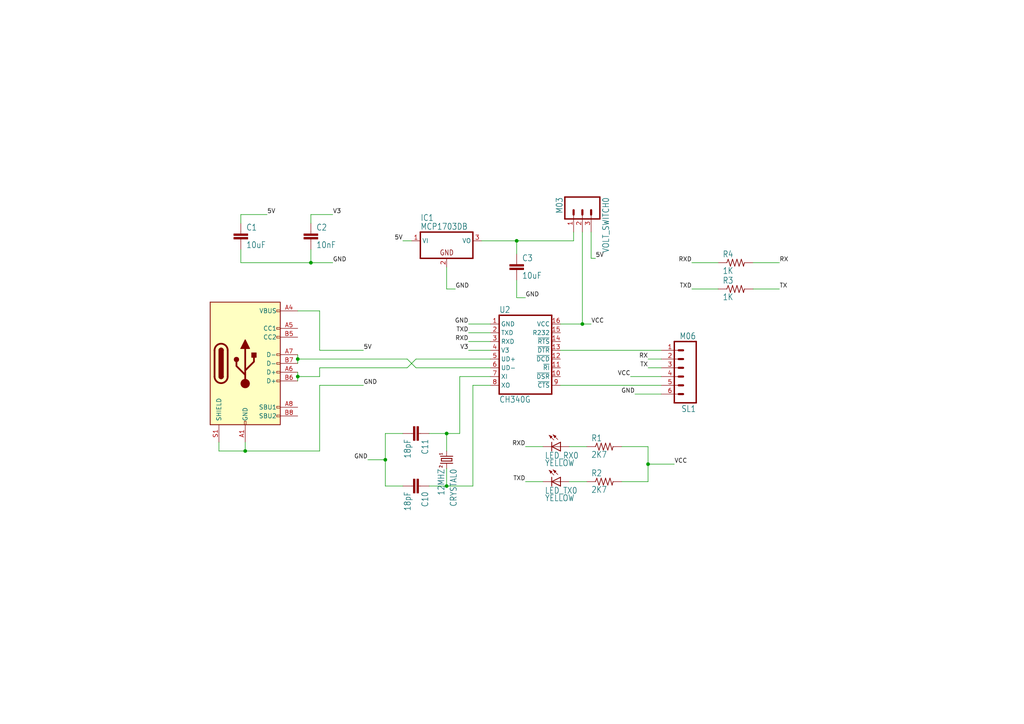
<source format=kicad_sch>
(kicad_sch (version 20211123) (generator eeschema)

  (uuid 9b74463a-706a-4d19-8f7c-15f906e905dc)

  (paper "A4")

  (lib_symbols
    (symbol "Connector:USB_C_Receptacle_USB2.0" (pin_names (offset 1.016)) (in_bom yes) (on_board yes)
      (property "Reference" "J" (id 0) (at -10.16 19.05 0)
        (effects (font (size 1.27 1.27)) (justify left))
      )
      (property "Value" "USB_C_Receptacle_USB2.0" (id 1) (at 19.05 19.05 0)
        (effects (font (size 1.27 1.27)) (justify right))
      )
      (property "Footprint" "" (id 2) (at 3.81 0 0)
        (effects (font (size 1.27 1.27)) hide)
      )
      (property "Datasheet" "https://www.usb.org/sites/default/files/documents/usb_type-c.zip" (id 3) (at 3.81 0 0)
        (effects (font (size 1.27 1.27)) hide)
      )
      (property "ki_keywords" "usb universal serial bus type-C USB2.0" (id 4) (at 0 0 0)
        (effects (font (size 1.27 1.27)) hide)
      )
      (property "ki_description" "USB 2.0-only Type-C Receptacle connector" (id 5) (at 0 0 0)
        (effects (font (size 1.27 1.27)) hide)
      )
      (property "ki_fp_filters" "USB*C*Receptacle*" (id 6) (at 0 0 0)
        (effects (font (size 1.27 1.27)) hide)
      )
      (symbol "USB_C_Receptacle_USB2.0_0_0"
        (rectangle (start -0.254 -17.78) (end 0.254 -16.764)
          (stroke (width 0) (type default) (color 0 0 0 0))
          (fill (type none))
        )
        (rectangle (start 10.16 -14.986) (end 9.144 -15.494)
          (stroke (width 0) (type default) (color 0 0 0 0))
          (fill (type none))
        )
        (rectangle (start 10.16 -12.446) (end 9.144 -12.954)
          (stroke (width 0) (type default) (color 0 0 0 0))
          (fill (type none))
        )
        (rectangle (start 10.16 -4.826) (end 9.144 -5.334)
          (stroke (width 0) (type default) (color 0 0 0 0))
          (fill (type none))
        )
        (rectangle (start 10.16 -2.286) (end 9.144 -2.794)
          (stroke (width 0) (type default) (color 0 0 0 0))
          (fill (type none))
        )
        (rectangle (start 10.16 0.254) (end 9.144 -0.254)
          (stroke (width 0) (type default) (color 0 0 0 0))
          (fill (type none))
        )
        (rectangle (start 10.16 2.794) (end 9.144 2.286)
          (stroke (width 0) (type default) (color 0 0 0 0))
          (fill (type none))
        )
        (rectangle (start 10.16 7.874) (end 9.144 7.366)
          (stroke (width 0) (type default) (color 0 0 0 0))
          (fill (type none))
        )
        (rectangle (start 10.16 10.414) (end 9.144 9.906)
          (stroke (width 0) (type default) (color 0 0 0 0))
          (fill (type none))
        )
        (rectangle (start 10.16 15.494) (end 9.144 14.986)
          (stroke (width 0) (type default) (color 0 0 0 0))
          (fill (type none))
        )
      )
      (symbol "USB_C_Receptacle_USB2.0_0_1"
        (rectangle (start -10.16 17.78) (end 10.16 -17.78)
          (stroke (width 0.254) (type default) (color 0 0 0 0))
          (fill (type background))
        )
        (arc (start -8.89 -3.81) (mid -6.985 -5.715) (end -5.08 -3.81)
          (stroke (width 0.508) (type default) (color 0 0 0 0))
          (fill (type none))
        )
        (arc (start -7.62 -3.81) (mid -6.985 -4.445) (end -6.35 -3.81)
          (stroke (width 0.254) (type default) (color 0 0 0 0))
          (fill (type none))
        )
        (arc (start -7.62 -3.81) (mid -6.985 -4.445) (end -6.35 -3.81)
          (stroke (width 0.254) (type default) (color 0 0 0 0))
          (fill (type outline))
        )
        (rectangle (start -7.62 -3.81) (end -6.35 3.81)
          (stroke (width 0.254) (type default) (color 0 0 0 0))
          (fill (type outline))
        )
        (arc (start -6.35 3.81) (mid -6.985 4.445) (end -7.62 3.81)
          (stroke (width 0.254) (type default) (color 0 0 0 0))
          (fill (type none))
        )
        (arc (start -6.35 3.81) (mid -6.985 4.445) (end -7.62 3.81)
          (stroke (width 0.254) (type default) (color 0 0 0 0))
          (fill (type outline))
        )
        (arc (start -5.08 3.81) (mid -6.985 5.715) (end -8.89 3.81)
          (stroke (width 0.508) (type default) (color 0 0 0 0))
          (fill (type none))
        )
        (circle (center -2.54 1.143) (radius 0.635)
          (stroke (width 0.254) (type default) (color 0 0 0 0))
          (fill (type outline))
        )
        (circle (center 0 -5.842) (radius 1.27)
          (stroke (width 0) (type default) (color 0 0 0 0))
          (fill (type outline))
        )
        (polyline
          (pts
            (xy -8.89 -3.81)
            (xy -8.89 3.81)
          )
          (stroke (width 0.508) (type default) (color 0 0 0 0))
          (fill (type none))
        )
        (polyline
          (pts
            (xy -5.08 3.81)
            (xy -5.08 -3.81)
          )
          (stroke (width 0.508) (type default) (color 0 0 0 0))
          (fill (type none))
        )
        (polyline
          (pts
            (xy 0 -5.842)
            (xy 0 4.318)
          )
          (stroke (width 0.508) (type default) (color 0 0 0 0))
          (fill (type none))
        )
        (polyline
          (pts
            (xy 0 -3.302)
            (xy -2.54 -0.762)
            (xy -2.54 0.508)
          )
          (stroke (width 0.508) (type default) (color 0 0 0 0))
          (fill (type none))
        )
        (polyline
          (pts
            (xy 0 -2.032)
            (xy 2.54 0.508)
            (xy 2.54 1.778)
          )
          (stroke (width 0.508) (type default) (color 0 0 0 0))
          (fill (type none))
        )
        (polyline
          (pts
            (xy -1.27 4.318)
            (xy 0 6.858)
            (xy 1.27 4.318)
            (xy -1.27 4.318)
          )
          (stroke (width 0.254) (type default) (color 0 0 0 0))
          (fill (type outline))
        )
        (rectangle (start 1.905 1.778) (end 3.175 3.048)
          (stroke (width 0.254) (type default) (color 0 0 0 0))
          (fill (type outline))
        )
      )
      (symbol "USB_C_Receptacle_USB2.0_1_1"
        (pin passive line (at 0 -22.86 90) (length 5.08)
          (name "GND" (effects (font (size 1.27 1.27))))
          (number "A1" (effects (font (size 1.27 1.27))))
        )
        (pin passive line (at 0 -22.86 90) (length 5.08) hide
          (name "GND" (effects (font (size 1.27 1.27))))
          (number "A12" (effects (font (size 1.27 1.27))))
        )
        (pin passive line (at 15.24 15.24 180) (length 5.08)
          (name "VBUS" (effects (font (size 1.27 1.27))))
          (number "A4" (effects (font (size 1.27 1.27))))
        )
        (pin bidirectional line (at 15.24 10.16 180) (length 5.08)
          (name "CC1" (effects (font (size 1.27 1.27))))
          (number "A5" (effects (font (size 1.27 1.27))))
        )
        (pin bidirectional line (at 15.24 -2.54 180) (length 5.08)
          (name "D+" (effects (font (size 1.27 1.27))))
          (number "A6" (effects (font (size 1.27 1.27))))
        )
        (pin bidirectional line (at 15.24 2.54 180) (length 5.08)
          (name "D-" (effects (font (size 1.27 1.27))))
          (number "A7" (effects (font (size 1.27 1.27))))
        )
        (pin bidirectional line (at 15.24 -12.7 180) (length 5.08)
          (name "SBU1" (effects (font (size 1.27 1.27))))
          (number "A8" (effects (font (size 1.27 1.27))))
        )
        (pin passive line (at 15.24 15.24 180) (length 5.08) hide
          (name "VBUS" (effects (font (size 1.27 1.27))))
          (number "A9" (effects (font (size 1.27 1.27))))
        )
        (pin passive line (at 0 -22.86 90) (length 5.08) hide
          (name "GND" (effects (font (size 1.27 1.27))))
          (number "B1" (effects (font (size 1.27 1.27))))
        )
        (pin passive line (at 0 -22.86 90) (length 5.08) hide
          (name "GND" (effects (font (size 1.27 1.27))))
          (number "B12" (effects (font (size 1.27 1.27))))
        )
        (pin passive line (at 15.24 15.24 180) (length 5.08) hide
          (name "VBUS" (effects (font (size 1.27 1.27))))
          (number "B4" (effects (font (size 1.27 1.27))))
        )
        (pin bidirectional line (at 15.24 7.62 180) (length 5.08)
          (name "CC2" (effects (font (size 1.27 1.27))))
          (number "B5" (effects (font (size 1.27 1.27))))
        )
        (pin bidirectional line (at 15.24 -5.08 180) (length 5.08)
          (name "D+" (effects (font (size 1.27 1.27))))
          (number "B6" (effects (font (size 1.27 1.27))))
        )
        (pin bidirectional line (at 15.24 0 180) (length 5.08)
          (name "D-" (effects (font (size 1.27 1.27))))
          (number "B7" (effects (font (size 1.27 1.27))))
        )
        (pin bidirectional line (at 15.24 -15.24 180) (length 5.08)
          (name "SBU2" (effects (font (size 1.27 1.27))))
          (number "B8" (effects (font (size 1.27 1.27))))
        )
        (pin passive line (at 15.24 15.24 180) (length 5.08) hide
          (name "VBUS" (effects (font (size 1.27 1.27))))
          (number "B9" (effects (font (size 1.27 1.27))))
        )
        (pin passive line (at -7.62 -22.86 90) (length 5.08)
          (name "SHIELD" (effects (font (size 1.27 1.27))))
          (number "S1" (effects (font (size 1.27 1.27))))
        )
      )
    )
    (symbol "satsha-ttl-eagle-import:CAP1206" (in_bom yes) (on_board yes)
      (property "Reference" "C" (id 0) (at 1.524 2.921 0)
        (effects (font (size 1.778 1.5113)) (justify left bottom))
      )
      (property "Value" "CAP1206" (id 1) (at 1.524 -2.159 0)
        (effects (font (size 1.778 1.5113)) (justify left bottom))
      )
      (property "Footprint" "satsha-ttl:1206" (id 2) (at 0 0 0)
        (effects (font (size 1.27 1.27)) hide)
      )
      (property "Datasheet" "" (id 3) (at 0 0 0)
        (effects (font (size 1.27 1.27)) hide)
      )
      (property "ki_locked" "" (id 4) (at 0 0 0)
        (effects (font (size 1.27 1.27)))
      )
      (symbol "CAP1206_1_0"
        (rectangle (start -2.032 0.508) (end 2.032 1.016)
          (stroke (width 0) (type default) (color 0 0 0 0))
          (fill (type outline))
        )
        (rectangle (start -2.032 1.524) (end 2.032 2.032)
          (stroke (width 0) (type default) (color 0 0 0 0))
          (fill (type outline))
        )
        (polyline
          (pts
            (xy 0 0)
            (xy 0 0.508)
          )
          (stroke (width 0.1524) (type default) (color 0 0 0 0))
          (fill (type none))
        )
        (polyline
          (pts
            (xy 0 2.54)
            (xy 0 2.032)
          )
          (stroke (width 0.1524) (type default) (color 0 0 0 0))
          (fill (type none))
        )
        (pin passive line (at 0 5.08 270) (length 2.54)
          (name "1" (effects (font (size 0 0))))
          (number "1" (effects (font (size 0 0))))
        )
        (pin passive line (at 0 -2.54 90) (length 2.54)
          (name "2" (effects (font (size 0 0))))
          (number "2" (effects (font (size 0 0))))
        )
      )
    )
    (symbol "satsha-ttl-eagle-import:CH340GSMD" (in_bom yes) (on_board yes)
      (property "Reference" "U" (id 0) (at -7.62 10.795 0)
        (effects (font (size 1.778 1.5113)) (justify left bottom))
      )
      (property "Value" "CH340GSMD" (id 1) (at -7.62 -15.24 0)
        (effects (font (size 1.778 1.5113)) (justify left bottom))
      )
      (property "Footprint" "satsha-ttl:SO016" (id 2) (at 0 0 0)
        (effects (font (size 1.27 1.27)) hide)
      )
      (property "Datasheet" "" (id 3) (at 0 0 0)
        (effects (font (size 1.27 1.27)) hide)
      )
      (property "ki_locked" "" (id 4) (at 0 0 0)
        (effects (font (size 1.27 1.27)))
      )
      (symbol "CH340GSMD_1_0"
        (polyline
          (pts
            (xy -7.62 -12.7)
            (xy 7.62 -12.7)
          )
          (stroke (width 0.4064) (type default) (color 0 0 0 0))
          (fill (type none))
        )
        (polyline
          (pts
            (xy -7.62 10.16)
            (xy -7.62 -12.7)
          )
          (stroke (width 0.4064) (type default) (color 0 0 0 0))
          (fill (type none))
        )
        (polyline
          (pts
            (xy 7.62 -12.7)
            (xy 7.62 10.16)
          )
          (stroke (width 0.4064) (type default) (color 0 0 0 0))
          (fill (type none))
        )
        (polyline
          (pts
            (xy 7.62 10.16)
            (xy -7.62 10.16)
          )
          (stroke (width 0.4064) (type default) (color 0 0 0 0))
          (fill (type none))
        )
        (pin bidirectional line (at -10.16 7.62 0) (length 2.54)
          (name "GND" (effects (font (size 1.27 1.27))))
          (number "1" (effects (font (size 1.27 1.27))))
        )
        (pin bidirectional line (at 10.16 -7.62 180) (length 2.54)
          (name "~{DSR}" (effects (font (size 1.27 1.27))))
          (number "10" (effects (font (size 1.27 1.27))))
        )
        (pin bidirectional line (at 10.16 -5.08 180) (length 2.54)
          (name "~{RI}" (effects (font (size 1.27 1.27))))
          (number "11" (effects (font (size 1.27 1.27))))
        )
        (pin bidirectional line (at 10.16 -2.54 180) (length 2.54)
          (name "~{DCD}" (effects (font (size 1.27 1.27))))
          (number "12" (effects (font (size 1.27 1.27))))
        )
        (pin bidirectional line (at 10.16 0 180) (length 2.54)
          (name "~{DTR}" (effects (font (size 1.27 1.27))))
          (number "13" (effects (font (size 1.27 1.27))))
        )
        (pin bidirectional line (at 10.16 2.54 180) (length 2.54)
          (name "~{RTS}" (effects (font (size 1.27 1.27))))
          (number "14" (effects (font (size 1.27 1.27))))
        )
        (pin bidirectional line (at 10.16 5.08 180) (length 2.54)
          (name "R232" (effects (font (size 1.27 1.27))))
          (number "15" (effects (font (size 1.27 1.27))))
        )
        (pin bidirectional line (at 10.16 7.62 180) (length 2.54)
          (name "VCC" (effects (font (size 1.27 1.27))))
          (number "16" (effects (font (size 1.27 1.27))))
        )
        (pin bidirectional line (at -10.16 5.08 0) (length 2.54)
          (name "TXD" (effects (font (size 1.27 1.27))))
          (number "2" (effects (font (size 1.27 1.27))))
        )
        (pin bidirectional line (at -10.16 2.54 0) (length 2.54)
          (name "RXD" (effects (font (size 1.27 1.27))))
          (number "3" (effects (font (size 1.27 1.27))))
        )
        (pin bidirectional line (at -10.16 0 0) (length 2.54)
          (name "V3" (effects (font (size 1.27 1.27))))
          (number "4" (effects (font (size 1.27 1.27))))
        )
        (pin bidirectional line (at -10.16 -2.54 0) (length 2.54)
          (name "UD+" (effects (font (size 1.27 1.27))))
          (number "5" (effects (font (size 1.27 1.27))))
        )
        (pin bidirectional line (at -10.16 -5.08 0) (length 2.54)
          (name "UD-" (effects (font (size 1.27 1.27))))
          (number "6" (effects (font (size 1.27 1.27))))
        )
        (pin bidirectional line (at -10.16 -7.62 0) (length 2.54)
          (name "XI" (effects (font (size 1.27 1.27))))
          (number "7" (effects (font (size 1.27 1.27))))
        )
        (pin bidirectional line (at -10.16 -10.16 0) (length 2.54)
          (name "XO" (effects (font (size 1.27 1.27))))
          (number "8" (effects (font (size 1.27 1.27))))
        )
        (pin bidirectional line (at 10.16 -10.16 180) (length 2.54)
          (name "~{CTS}" (effects (font (size 1.27 1.27))))
          (number "9" (effects (font (size 1.27 1.27))))
        )
      )
    )
    (symbol "satsha-ttl-eagle-import:CSM-7X-DU" (in_bom yes) (on_board yes)
      (property "Reference" "Q" (id 0) (at 2.54 1.016 0)
        (effects (font (size 1.778 1.5113)) (justify left bottom))
      )
      (property "Value" "CSM-7X-DU" (id 1) (at 2.54 -2.54 0)
        (effects (font (size 1.778 1.5113)) (justify left bottom))
      )
      (property "Footprint" "satsha-ttl:CSM-7X-DU" (id 2) (at 0 0 0)
        (effects (font (size 1.27 1.27)) hide)
      )
      (property "Datasheet" "" (id 3) (at 0 0 0)
        (effects (font (size 1.27 1.27)) hide)
      )
      (property "ki_locked" "" (id 4) (at 0 0 0)
        (effects (font (size 1.27 1.27)))
      )
      (symbol "CSM-7X-DU_1_0"
        (polyline
          (pts
            (xy -2.54 0)
            (xy -1.016 0)
          )
          (stroke (width 0.1524) (type default) (color 0 0 0 0))
          (fill (type none))
        )
        (polyline
          (pts
            (xy -1.016 1.778)
            (xy -1.016 -1.778)
          )
          (stroke (width 0.254) (type default) (color 0 0 0 0))
          (fill (type none))
        )
        (polyline
          (pts
            (xy -0.381 -1.524)
            (xy 0.381 -1.524)
          )
          (stroke (width 0.254) (type default) (color 0 0 0 0))
          (fill (type none))
        )
        (polyline
          (pts
            (xy -0.381 1.524)
            (xy -0.381 -1.524)
          )
          (stroke (width 0.254) (type default) (color 0 0 0 0))
          (fill (type none))
        )
        (polyline
          (pts
            (xy 0.381 -1.524)
            (xy 0.381 1.524)
          )
          (stroke (width 0.254) (type default) (color 0 0 0 0))
          (fill (type none))
        )
        (polyline
          (pts
            (xy 0.381 1.524)
            (xy -0.381 1.524)
          )
          (stroke (width 0.254) (type default) (color 0 0 0 0))
          (fill (type none))
        )
        (polyline
          (pts
            (xy 1.016 0)
            (xy 2.54 0)
          )
          (stroke (width 0.1524) (type default) (color 0 0 0 0))
          (fill (type none))
        )
        (polyline
          (pts
            (xy 1.016 1.778)
            (xy 1.016 -1.778)
          )
          (stroke (width 0.254) (type default) (color 0 0 0 0))
          (fill (type none))
        )
        (text "1" (at -2.159 -1.143 0)
          (effects (font (size 0.8636 0.734)) (justify left bottom))
        )
        (text "2" (at 1.524 -1.143 0)
          (effects (font (size 0.8636 0.734)) (justify left bottom))
        )
        (pin passive line (at -2.54 0 0) (length 0)
          (name "1" (effects (font (size 0 0))))
          (number "1" (effects (font (size 0 0))))
        )
        (pin passive line (at 2.54 0 180) (length 0)
          (name "2" (effects (font (size 0 0))))
          (number "2" (effects (font (size 0 0))))
        )
      )
    )
    (symbol "satsha-ttl-eagle-import:LED" (in_bom yes) (on_board yes)
      (property "Reference" "" (id 0) (at 3.556 -2.032 90)
        (effects (font (size 1.778 1.5113)) (justify left bottom))
      )
      (property "Value" "LED" (id 1) (at 5.715 -2.032 90)
        (effects (font (size 1.778 1.5113)) (justify left bottom))
      )
      (property "Footprint" "satsha-ttl:LED1206" (id 2) (at 0 0 0)
        (effects (font (size 1.27 1.27)) hide)
      )
      (property "Datasheet" "" (id 3) (at 0 0 0)
        (effects (font (size 1.27 1.27)) hide)
      )
      (property "ki_locked" "" (id 4) (at 0 0 0)
        (effects (font (size 1.27 1.27)))
      )
      (symbol "LED_1_0"
        (polyline
          (pts
            (xy -2.032 1.778)
            (xy -3.429 0.381)
          )
          (stroke (width 0.1524) (type default) (color 0 0 0 0))
          (fill (type none))
        )
        (polyline
          (pts
            (xy -1.905 0.635)
            (xy -3.302 -0.762)
          )
          (stroke (width 0.1524) (type default) (color 0 0 0 0))
          (fill (type none))
        )
        (polyline
          (pts
            (xy 0 0)
            (xy -1.27 0)
          )
          (stroke (width 0.254) (type default) (color 0 0 0 0))
          (fill (type none))
        )
        (polyline
          (pts
            (xy 0 0)
            (xy -1.27 2.54)
          )
          (stroke (width 0.254) (type default) (color 0 0 0 0))
          (fill (type none))
        )
        (polyline
          (pts
            (xy 0 2.54)
            (xy -1.27 2.54)
          )
          (stroke (width 0.254) (type default) (color 0 0 0 0))
          (fill (type none))
        )
        (polyline
          (pts
            (xy 0 2.54)
            (xy 0 0)
          )
          (stroke (width 0.1524) (type default) (color 0 0 0 0))
          (fill (type none))
        )
        (polyline
          (pts
            (xy 1.27 0)
            (xy 0 0)
          )
          (stroke (width 0.254) (type default) (color 0 0 0 0))
          (fill (type none))
        )
        (polyline
          (pts
            (xy 1.27 2.54)
            (xy 0 0)
          )
          (stroke (width 0.254) (type default) (color 0 0 0 0))
          (fill (type none))
        )
        (polyline
          (pts
            (xy 1.27 2.54)
            (xy 0 2.54)
          )
          (stroke (width 0.254) (type default) (color 0 0 0 0))
          (fill (type none))
        )
        (polyline
          (pts
            (xy -3.429 0.381)
            (xy -3.048 1.27)
            (xy -2.54 0.762)
          )
          (stroke (width 0) (type default) (color 0 0 0 0))
          (fill (type outline))
        )
        (polyline
          (pts
            (xy -3.302 -0.762)
            (xy -2.921 0.127)
            (xy -2.413 -0.381)
          )
          (stroke (width 0) (type default) (color 0 0 0 0))
          (fill (type outline))
        )
        (pin passive line (at 0 5.08 270) (length 2.54)
          (name "A" (effects (font (size 0 0))))
          (number "1" (effects (font (size 0 0))))
        )
        (pin passive line (at 0 -2.54 90) (length 2.54)
          (name "C" (effects (font (size 0 0))))
          (number "2" (effects (font (size 0 0))))
        )
      )
    )
    (symbol "satsha-ttl-eagle-import:M03" (in_bom yes) (on_board yes)
      (property "Reference" "SL" (id 0) (at -2.54 5.842 0)
        (effects (font (size 1.778 1.5113)) (justify left bottom))
      )
      (property "Value" "M03" (id 1) (at -2.54 -7.62 0)
        (effects (font (size 1.778 1.5113)) (justify left bottom))
      )
      (property "Footprint" "satsha-ttl:03P" (id 2) (at 0 0 0)
        (effects (font (size 1.27 1.27)) hide)
      )
      (property "Datasheet" "" (id 3) (at 0 0 0)
        (effects (font (size 1.27 1.27)) hide)
      )
      (property "ki_locked" "" (id 4) (at 0 0 0)
        (effects (font (size 1.27 1.27)))
      )
      (symbol "M03_1_0"
        (polyline
          (pts
            (xy -2.54 5.08)
            (xy -2.54 -5.08)
          )
          (stroke (width 0.4064) (type default) (color 0 0 0 0))
          (fill (type none))
        )
        (polyline
          (pts
            (xy -2.54 5.08)
            (xy 3.81 5.08)
          )
          (stroke (width 0.4064) (type default) (color 0 0 0 0))
          (fill (type none))
        )
        (polyline
          (pts
            (xy 1.27 -2.54)
            (xy 2.54 -2.54)
          )
          (stroke (width 0.6096) (type default) (color 0 0 0 0))
          (fill (type none))
        )
        (polyline
          (pts
            (xy 1.27 0)
            (xy 2.54 0)
          )
          (stroke (width 0.6096) (type default) (color 0 0 0 0))
          (fill (type none))
        )
        (polyline
          (pts
            (xy 1.27 2.54)
            (xy 2.54 2.54)
          )
          (stroke (width 0.6096) (type default) (color 0 0 0 0))
          (fill (type none))
        )
        (polyline
          (pts
            (xy 3.81 -5.08)
            (xy -2.54 -5.08)
          )
          (stroke (width 0.4064) (type default) (color 0 0 0 0))
          (fill (type none))
        )
        (polyline
          (pts
            (xy 3.81 -5.08)
            (xy 3.81 5.08)
          )
          (stroke (width 0.4064) (type default) (color 0 0 0 0))
          (fill (type none))
        )
        (pin passive line (at 7.62 -2.54 180) (length 5.08)
          (name "1" (effects (font (size 0 0))))
          (number "1" (effects (font (size 1.27 1.27))))
        )
        (pin passive line (at 7.62 0 180) (length 5.08)
          (name "2" (effects (font (size 0 0))))
          (number "2" (effects (font (size 1.27 1.27))))
        )
        (pin passive line (at 7.62 2.54 180) (length 5.08)
          (name "3" (effects (font (size 0 0))))
          (number "3" (effects (font (size 1.27 1.27))))
        )
      )
    )
    (symbol "satsha-ttl-eagle-import:M06" (in_bom yes) (on_board yes)
      (property "Reference" "SL" (id 0) (at -5.08 10.922 0)
        (effects (font (size 1.778 1.5113)) (justify left bottom))
      )
      (property "Value" "M06" (id 1) (at -5.08 -10.16 0)
        (effects (font (size 1.778 1.5113)) (justify left bottom))
      )
      (property "Footprint" "satsha-ttl:06P" (id 2) (at 0 0 0)
        (effects (font (size 1.27 1.27)) hide)
      )
      (property "Datasheet" "" (id 3) (at 0 0 0)
        (effects (font (size 1.27 1.27)) hide)
      )
      (property "ki_locked" "" (id 4) (at 0 0 0)
        (effects (font (size 1.27 1.27)))
      )
      (symbol "M06_1_0"
        (polyline
          (pts
            (xy -5.08 10.16)
            (xy -5.08 -7.62)
          )
          (stroke (width 0.4064) (type default) (color 0 0 0 0))
          (fill (type none))
        )
        (polyline
          (pts
            (xy -5.08 10.16)
            (xy 1.27 10.16)
          )
          (stroke (width 0.4064) (type default) (color 0 0 0 0))
          (fill (type none))
        )
        (polyline
          (pts
            (xy -1.27 -5.08)
            (xy 0 -5.08)
          )
          (stroke (width 0.6096) (type default) (color 0 0 0 0))
          (fill (type none))
        )
        (polyline
          (pts
            (xy -1.27 -2.54)
            (xy 0 -2.54)
          )
          (stroke (width 0.6096) (type default) (color 0 0 0 0))
          (fill (type none))
        )
        (polyline
          (pts
            (xy -1.27 0)
            (xy 0 0)
          )
          (stroke (width 0.6096) (type default) (color 0 0 0 0))
          (fill (type none))
        )
        (polyline
          (pts
            (xy -1.27 2.54)
            (xy 0 2.54)
          )
          (stroke (width 0.6096) (type default) (color 0 0 0 0))
          (fill (type none))
        )
        (polyline
          (pts
            (xy -1.27 5.08)
            (xy 0 5.08)
          )
          (stroke (width 0.6096) (type default) (color 0 0 0 0))
          (fill (type none))
        )
        (polyline
          (pts
            (xy -1.27 7.62)
            (xy 0 7.62)
          )
          (stroke (width 0.6096) (type default) (color 0 0 0 0))
          (fill (type none))
        )
        (polyline
          (pts
            (xy 1.27 -7.62)
            (xy -5.08 -7.62)
          )
          (stroke (width 0.4064) (type default) (color 0 0 0 0))
          (fill (type none))
        )
        (polyline
          (pts
            (xy 1.27 -7.62)
            (xy 1.27 10.16)
          )
          (stroke (width 0.4064) (type default) (color 0 0 0 0))
          (fill (type none))
        )
        (pin passive line (at 5.08 -5.08 180) (length 5.08)
          (name "1" (effects (font (size 0 0))))
          (number "1" (effects (font (size 1.27 1.27))))
        )
        (pin passive line (at 5.08 -2.54 180) (length 5.08)
          (name "2" (effects (font (size 0 0))))
          (number "2" (effects (font (size 1.27 1.27))))
        )
        (pin passive line (at 5.08 0 180) (length 5.08)
          (name "3" (effects (font (size 0 0))))
          (number "3" (effects (font (size 1.27 1.27))))
        )
        (pin passive line (at 5.08 2.54 180) (length 5.08)
          (name "4" (effects (font (size 0 0))))
          (number "4" (effects (font (size 1.27 1.27))))
        )
        (pin passive line (at 5.08 5.08 180) (length 5.08)
          (name "5" (effects (font (size 0 0))))
          (number "5" (effects (font (size 1.27 1.27))))
        )
        (pin passive line (at 5.08 7.62 180) (length 5.08)
          (name "6" (effects (font (size 0 0))))
          (number "6" (effects (font (size 1.27 1.27))))
        )
      )
    )
    (symbol "satsha-ttl-eagle-import:MCP1703DB" (in_bom yes) (on_board yes)
      (property "Reference" "IC" (id 0) (at -7.62 5.715 0)
        (effects (font (size 1.778 1.5113)) (justify left bottom))
      )
      (property "Value" "MCP1703DB" (id 1) (at -7.62 3.175 0)
        (effects (font (size 1.778 1.5113)) (justify left bottom))
      )
      (property "Footprint" "satsha-ttl:SOT223" (id 2) (at 0 0 0)
        (effects (font (size 1.27 1.27)) hide)
      )
      (property "Datasheet" "" (id 3) (at 0 0 0)
        (effects (font (size 1.27 1.27)) hide)
      )
      (property "ki_locked" "" (id 4) (at 0 0 0)
        (effects (font (size 1.27 1.27)))
      )
      (symbol "MCP1703DB_1_0"
        (polyline
          (pts
            (xy -7.62 -5.08)
            (xy 7.62 -5.08)
          )
          (stroke (width 0.4064) (type default) (color 0 0 0 0))
          (fill (type none))
        )
        (polyline
          (pts
            (xy -7.62 2.54)
            (xy -7.62 -5.08)
          )
          (stroke (width 0.4064) (type default) (color 0 0 0 0))
          (fill (type none))
        )
        (polyline
          (pts
            (xy 7.62 -5.08)
            (xy 7.62 2.54)
          )
          (stroke (width 0.4064) (type default) (color 0 0 0 0))
          (fill (type none))
        )
        (polyline
          (pts
            (xy 7.62 2.54)
            (xy -7.62 2.54)
          )
          (stroke (width 0.4064) (type default) (color 0 0 0 0))
          (fill (type none))
        )
        (text "GND" (at -2.032 -4.318 0)
          (effects (font (size 1.524 1.2954)) (justify left bottom))
        )
        (pin input line (at -10.16 0 0) (length 2.54)
          (name "VI" (effects (font (size 1.27 1.27))))
          (number "1" (effects (font (size 1.27 1.27))))
        )
        (pin passive line (at 0 -7.62 90) (length 2.54)
          (name "GND" (effects (font (size 0 0))))
          (number "2" (effects (font (size 1.27 1.27))))
        )
        (pin passive line (at 10.16 0 180) (length 2.54)
          (name "VO" (effects (font (size 1.27 1.27))))
          (number "3" (effects (font (size 1.27 1.27))))
        )
      )
    )
    (symbol "satsha-ttl-eagle-import:RES-US1206" (in_bom yes) (on_board yes)
      (property "Reference" "R" (id 0) (at -3.81 1.4986 0)
        (effects (font (size 1.778 1.5113)) (justify left bottom))
      )
      (property "Value" "RES-US1206" (id 1) (at -3.81 -3.302 0)
        (effects (font (size 1.778 1.5113)) (justify left bottom))
      )
      (property "Footprint" "satsha-ttl:R1206" (id 2) (at 0 0 0)
        (effects (font (size 1.27 1.27)) hide)
      )
      (property "Datasheet" "" (id 3) (at 0 0 0)
        (effects (font (size 1.27 1.27)) hide)
      )
      (property "ki_locked" "" (id 4) (at 0 0 0)
        (effects (font (size 1.27 1.27)))
      )
      (symbol "RES-US1206_1_0"
        (polyline
          (pts
            (xy -2.54 0)
            (xy -2.159 1.016)
          )
          (stroke (width 0.2032) (type default) (color 0 0 0 0))
          (fill (type none))
        )
        (polyline
          (pts
            (xy -2.159 1.016)
            (xy -1.524 -1.016)
          )
          (stroke (width 0.2032) (type default) (color 0 0 0 0))
          (fill (type none))
        )
        (polyline
          (pts
            (xy -1.524 -1.016)
            (xy -0.889 1.016)
          )
          (stroke (width 0.2032) (type default) (color 0 0 0 0))
          (fill (type none))
        )
        (polyline
          (pts
            (xy -0.889 1.016)
            (xy -0.254 -1.016)
          )
          (stroke (width 0.2032) (type default) (color 0 0 0 0))
          (fill (type none))
        )
        (polyline
          (pts
            (xy -0.254 -1.016)
            (xy 0.381 1.016)
          )
          (stroke (width 0.2032) (type default) (color 0 0 0 0))
          (fill (type none))
        )
        (polyline
          (pts
            (xy 0.381 1.016)
            (xy 1.016 -1.016)
          )
          (stroke (width 0.2032) (type default) (color 0 0 0 0))
          (fill (type none))
        )
        (polyline
          (pts
            (xy 1.016 -1.016)
            (xy 1.651 1.016)
          )
          (stroke (width 0.2032) (type default) (color 0 0 0 0))
          (fill (type none))
        )
        (polyline
          (pts
            (xy 1.651 1.016)
            (xy 2.286 -1.016)
          )
          (stroke (width 0.2032) (type default) (color 0 0 0 0))
          (fill (type none))
        )
        (polyline
          (pts
            (xy 2.286 -1.016)
            (xy 2.54 0)
          )
          (stroke (width 0.2032) (type default) (color 0 0 0 0))
          (fill (type none))
        )
        (pin passive line (at -5.08 0 0) (length 2.54)
          (name "1" (effects (font (size 0 0))))
          (number "1" (effects (font (size 0 0))))
        )
        (pin passive line (at 5.08 0 180) (length 2.54)
          (name "2" (effects (font (size 0 0))))
          (number "2" (effects (font (size 0 0))))
        )
      )
    )
  )

  (junction (at 86.36 109.22) (diameter 0) (color 0 0 0 0)
    (uuid 04b8cfdc-5d4d-494e-9012-2583621cf018)
  )
  (junction (at 71.12 130.81) (diameter 0) (color 0 0 0 0)
    (uuid 2164d33b-6259-46cf-96de-802ae5a1edbd)
  )
  (junction (at 111.76 133.35) (diameter 0) (color 0 0 0 0)
    (uuid 3703a1c8-bfa6-4d36-9268-d6c47a66d7df)
  )
  (junction (at 187.96 134.62) (diameter 0) (color 0 0 0 0)
    (uuid 4a472dcb-b34f-46f5-b99f-4c7d78faa696)
  )
  (junction (at 168.91 93.98) (diameter 0) (color 0 0 0 0)
    (uuid 7ad90420-7156-4388-8370-b1dcf8dfafa4)
  )
  (junction (at 86.36 104.14) (diameter 0) (color 0 0 0 0)
    (uuid b4697f35-3c83-4693-89e3-0006a1668222)
  )
  (junction (at 90.17 76.2) (diameter 0) (color 0 0 0 0)
    (uuid ba2a947c-22b7-4d00-94f6-da62c32bc5ee)
  )
  (junction (at 149.86 69.85) (diameter 0) (color 0 0 0 0)
    (uuid c830189b-85e5-43d6-9dd6-4e37d76a0130)
  )
  (junction (at 129.54 140.97) (diameter 0) (color 0 0 0 0)
    (uuid cc2bbbe7-16f9-4eb1-ad5b-7d820eaf79f0)
  )
  (junction (at 129.54 125.73) (diameter 0) (color 0 0 0 0)
    (uuid e7a11fad-5949-495a-95cf-bd7091187e85)
  )

  (wire (pts (xy 157.48 139.7) (xy 152.4 139.7))
    (stroke (width 0) (type default) (color 0 0 0 0))
    (uuid 013b12e2-9c90-47bb-855e-d1c24fbc5191)
  )
  (wire (pts (xy 90.17 64.77) (xy 90.17 62.23))
    (stroke (width 0) (type default) (color 0 0 0 0))
    (uuid 01a48949-b854-4b5e-944e-5a4364e939c6)
  )
  (wire (pts (xy 139.7 69.85) (xy 149.86 69.85))
    (stroke (width 0) (type default) (color 0 0 0 0))
    (uuid 03cf5294-62ed-4e6a-8ec8-c7b5b1061715)
  )
  (wire (pts (xy 180.34 129.54) (xy 187.96 129.54))
    (stroke (width 0) (type default) (color 0 0 0 0))
    (uuid 03dddd6d-ea7e-4f79-9451-5ea062039f90)
  )
  (wire (pts (xy 142.24 96.52) (xy 135.89 96.52))
    (stroke (width 0) (type default) (color 0 0 0 0))
    (uuid 06d892b7-e03e-463d-b8fc-34a183ff79f1)
  )
  (wire (pts (xy 200.66 76.2) (xy 208.28 76.2))
    (stroke (width 0) (type default) (color 0 0 0 0))
    (uuid 07975207-ae24-4b5f-828e-f3573448d809)
  )
  (wire (pts (xy 191.77 104.14) (xy 187.96 104.14))
    (stroke (width 0) (type default) (color 0 0 0 0))
    (uuid 0eb8bba6-7d55-4d47-90fc-116d889856c8)
  )
  (wire (pts (xy 90.17 76.2) (xy 96.52 76.2))
    (stroke (width 0) (type default) (color 0 0 0 0))
    (uuid 1770dd6f-4127-4f9a-a217-6966443013be)
  )
  (wire (pts (xy 120.65 106.68) (xy 142.24 106.68))
    (stroke (width 0) (type default) (color 0 0 0 0))
    (uuid 1858a509-7fe4-48fc-99b2-bc717c8af8b4)
  )
  (wire (pts (xy 116.84 140.97) (xy 111.76 140.97))
    (stroke (width 0) (type default) (color 0 0 0 0))
    (uuid 1e5e568a-882d-4551-8aaf-cdd7206fbad3)
  )
  (wire (pts (xy 187.96 139.7) (xy 180.34 139.7))
    (stroke (width 0) (type default) (color 0 0 0 0))
    (uuid 1f625457-debf-4c95-bc33-ff6ffd7c8da8)
  )
  (wire (pts (xy 191.77 111.76) (xy 162.56 111.76))
    (stroke (width 0) (type default) (color 0 0 0 0))
    (uuid 20079c0c-b458-4ed1-933b-884fc79f2924)
  )
  (wire (pts (xy 86.36 104.14) (xy 118.11 104.14))
    (stroke (width 0) (type default) (color 0 0 0 0))
    (uuid 215014e3-f3d3-4b80-915f-619e7d0ca3b8)
  )
  (wire (pts (xy 171.45 67.31) (xy 171.45 74.93))
    (stroke (width 0) (type default) (color 0 0 0 0))
    (uuid 23ed6ff7-b108-4b6b-a958-11ac1cb7d702)
  )
  (wire (pts (xy 111.76 133.35) (xy 106.68 133.35))
    (stroke (width 0) (type default) (color 0 0 0 0))
    (uuid 2a9779e5-1980-4192-ba39-6165cf1e82b7)
  )
  (wire (pts (xy 218.44 76.2) (xy 226.06 76.2))
    (stroke (width 0) (type default) (color 0 0 0 0))
    (uuid 2b3e78ef-33d6-4c8a-8e0d-3fc599fd3d9b)
  )
  (wire (pts (xy 86.36 104.14) (xy 86.36 105.41))
    (stroke (width 0) (type default) (color 0 0 0 0))
    (uuid 2b59d00b-0192-480c-b487-87b77b57f620)
  )
  (wire (pts (xy 69.85 62.23) (xy 77.47 62.23))
    (stroke (width 0) (type default) (color 0 0 0 0))
    (uuid 2cab692c-f5ce-46c0-a893-a5212df9762c)
  )
  (wire (pts (xy 86.36 107.95) (xy 86.36 109.22))
    (stroke (width 0) (type default) (color 0 0 0 0))
    (uuid 3bb0fc99-0a4a-47e9-834f-f4a44dab3ef2)
  )
  (wire (pts (xy 200.66 83.82) (xy 208.28 83.82))
    (stroke (width 0) (type default) (color 0 0 0 0))
    (uuid 3ca8e0ea-9a8b-428e-9139-8d8f98c3633e)
  )
  (wire (pts (xy 218.44 83.82) (xy 226.06 83.82))
    (stroke (width 0) (type default) (color 0 0 0 0))
    (uuid 3ed24216-d4e7-4cf4-a3fb-4aea40bbb1b2)
  )
  (wire (pts (xy 124.46 140.97) (xy 129.54 140.97))
    (stroke (width 0) (type default) (color 0 0 0 0))
    (uuid 4ddd640c-528f-4aab-a189-a2751474309b)
  )
  (wire (pts (xy 165.1 129.54) (xy 170.18 129.54))
    (stroke (width 0) (type default) (color 0 0 0 0))
    (uuid 519ee39e-dd73-484a-a305-f0224a008533)
  )
  (wire (pts (xy 63.5 130.81) (xy 71.12 130.81))
    (stroke (width 0) (type default) (color 0 0 0 0))
    (uuid 52d03ae1-b870-4744-a977-1ad14c66ed80)
  )
  (wire (pts (xy 129.54 125.73) (xy 129.54 130.81))
    (stroke (width 0) (type default) (color 0 0 0 0))
    (uuid 534bb221-6a88-40e1-8990-735c6c84644f)
  )
  (wire (pts (xy 166.37 69.85) (xy 166.37 67.31))
    (stroke (width 0) (type default) (color 0 0 0 0))
    (uuid 54399be6-e4d2-4840-b122-b59e283e0376)
  )
  (wire (pts (xy 118.11 104.14) (xy 120.65 106.68))
    (stroke (width 0) (type default) (color 0 0 0 0))
    (uuid 5a4e5b36-3daf-4d9b-a845-4f93fa7e3ee5)
  )
  (wire (pts (xy 120.65 104.14) (xy 142.24 104.14))
    (stroke (width 0) (type default) (color 0 0 0 0))
    (uuid 63843752-9a68-430a-b404-95af310a2e3d)
  )
  (wire (pts (xy 133.35 109.22) (xy 142.24 109.22))
    (stroke (width 0) (type default) (color 0 0 0 0))
    (uuid 69cf0b8b-ea21-4638-82f7-b4e419a9f09a)
  )
  (wire (pts (xy 187.96 134.62) (xy 195.58 134.62))
    (stroke (width 0) (type default) (color 0 0 0 0))
    (uuid 6cb03ac8-deed-4960-bbd4-b6c320755109)
  )
  (wire (pts (xy 191.77 106.68) (xy 187.96 106.68))
    (stroke (width 0) (type default) (color 0 0 0 0))
    (uuid 7e91c6af-67ca-4dc1-b5e4-eac72eb7beb6)
  )
  (wire (pts (xy 92.71 101.6) (xy 105.41 101.6))
    (stroke (width 0) (type default) (color 0 0 0 0))
    (uuid 7f247315-5cd3-4b59-b18f-d4bc979b08c3)
  )
  (wire (pts (xy 129.54 140.97) (xy 129.54 135.89))
    (stroke (width 0) (type default) (color 0 0 0 0))
    (uuid 8230ae2b-d30b-4463-a859-7f03d5672866)
  )
  (wire (pts (xy 149.86 69.85) (xy 166.37 69.85))
    (stroke (width 0) (type default) (color 0 0 0 0))
    (uuid 83f374fa-b594-4d81-baf8-390cdb356276)
  )
  (wire (pts (xy 92.71 106.68) (xy 92.71 109.22))
    (stroke (width 0) (type default) (color 0 0 0 0))
    (uuid 8593f939-0aa6-49b8-b76f-500e040e620d)
  )
  (wire (pts (xy 129.54 83.82) (xy 132.08 83.82))
    (stroke (width 0) (type default) (color 0 0 0 0))
    (uuid 85c05af0-29f3-4f64-ba76-505138482834)
  )
  (wire (pts (xy 171.45 74.93) (xy 172.72 74.93))
    (stroke (width 0) (type default) (color 0 0 0 0))
    (uuid 868575b1-767d-438b-b710-3645772ba986)
  )
  (wire (pts (xy 191.77 109.22) (xy 182.88 109.22))
    (stroke (width 0) (type default) (color 0 0 0 0))
    (uuid 8d06aefe-4bac-453c-9716-a68e5e283405)
  )
  (wire (pts (xy 187.96 129.54) (xy 187.96 134.62))
    (stroke (width 0) (type default) (color 0 0 0 0))
    (uuid 9271c7a4-4c19-42d9-ae51-2c17882ebdf1)
  )
  (wire (pts (xy 124.46 125.73) (xy 129.54 125.73))
    (stroke (width 0) (type default) (color 0 0 0 0))
    (uuid 9465dea1-42de-4b13-8015-d280ba5e73c9)
  )
  (wire (pts (xy 92.71 111.76) (xy 105.41 111.76))
    (stroke (width 0) (type default) (color 0 0 0 0))
    (uuid 948e1ceb-5363-49c8-b07a-78698c268a85)
  )
  (wire (pts (xy 119.38 69.85) (xy 116.84 69.85))
    (stroke (width 0) (type default) (color 0 0 0 0))
    (uuid 94aeefae-1060-4ef1-be39-1f3cad33908f)
  )
  (wire (pts (xy 149.86 69.85) (xy 149.86 73.66))
    (stroke (width 0) (type default) (color 0 0 0 0))
    (uuid 952f2726-2c04-4d1f-a6ae-35875b18f1cf)
  )
  (wire (pts (xy 142.24 99.06) (xy 135.89 99.06))
    (stroke (width 0) (type default) (color 0 0 0 0))
    (uuid 96fd02c8-3f7b-48c7-b272-629a7b52f088)
  )
  (wire (pts (xy 90.17 72.39) (xy 90.17 76.2))
    (stroke (width 0) (type default) (color 0 0 0 0))
    (uuid 9a21380a-f76e-4277-8ced-c8b918056d58)
  )
  (wire (pts (xy 92.71 111.76) (xy 92.71 130.81))
    (stroke (width 0) (type default) (color 0 0 0 0))
    (uuid 9d241896-6f97-4c81-946e-a23266cc327d)
  )
  (wire (pts (xy 137.16 111.76) (xy 142.24 111.76))
    (stroke (width 0) (type default) (color 0 0 0 0))
    (uuid 9f8b16f7-9885-4700-8aa3-8efbdefb3b54)
  )
  (wire (pts (xy 69.85 72.39) (xy 69.85 76.2))
    (stroke (width 0) (type default) (color 0 0 0 0))
    (uuid 9fc1ab8d-6d07-4593-ab60-bdc3d7318860)
  )
  (wire (pts (xy 187.96 134.62) (xy 187.96 139.7))
    (stroke (width 0) (type default) (color 0 0 0 0))
    (uuid a2814e29-7e87-47a0-9182-ecbbca5c4716)
  )
  (wire (pts (xy 111.76 140.97) (xy 111.76 133.35))
    (stroke (width 0) (type default) (color 0 0 0 0))
    (uuid a635c33d-6a35-40a1-b0a0-58484ab95a20)
  )
  (wire (pts (xy 86.36 109.22) (xy 86.36 110.49))
    (stroke (width 0) (type default) (color 0 0 0 0))
    (uuid a7ceb507-d917-4823-900f-da72d558f626)
  )
  (wire (pts (xy 90.17 62.23) (xy 96.52 62.23))
    (stroke (width 0) (type default) (color 0 0 0 0))
    (uuid aef17661-5516-45cf-a078-62bc18e59446)
  )
  (wire (pts (xy 116.84 125.73) (xy 111.76 125.73))
    (stroke (width 0) (type default) (color 0 0 0 0))
    (uuid b69ec19a-e0d6-456c-8d1f-79353bd8705d)
  )
  (wire (pts (xy 191.77 114.3) (xy 184.15 114.3))
    (stroke (width 0) (type default) (color 0 0 0 0))
    (uuid b8abe964-6e17-4910-a057-9fef8e481a0b)
  )
  (wire (pts (xy 142.24 93.98) (xy 135.89 93.98))
    (stroke (width 0) (type default) (color 0 0 0 0))
    (uuid bbc52160-7264-49cf-b885-919c439538ed)
  )
  (wire (pts (xy 71.12 128.27) (xy 71.12 130.81))
    (stroke (width 0) (type default) (color 0 0 0 0))
    (uuid bc634a8f-ab9d-4867-8883-319b55ea6398)
  )
  (wire (pts (xy 157.48 129.54) (xy 152.4 129.54))
    (stroke (width 0) (type default) (color 0 0 0 0))
    (uuid c1503f28-d6d8-4449-bb3b-6b4eaed00f0f)
  )
  (wire (pts (xy 133.35 125.73) (xy 133.35 109.22))
    (stroke (width 0) (type default) (color 0 0 0 0))
    (uuid c219e508-e1f0-4b8c-a9a7-0b412f8f634e)
  )
  (wire (pts (xy 168.91 93.98) (xy 171.45 93.98))
    (stroke (width 0) (type default) (color 0 0 0 0))
    (uuid c905e0c8-9f5f-4604-b392-9eccae23a617)
  )
  (wire (pts (xy 129.54 77.47) (xy 129.54 83.82))
    (stroke (width 0) (type default) (color 0 0 0 0))
    (uuid cb0e59b1-997a-46f4-8784-42541d822120)
  )
  (wire (pts (xy 92.71 109.22) (xy 86.36 109.22))
    (stroke (width 0) (type default) (color 0 0 0 0))
    (uuid cc06e5c5-ad5f-4c22-8916-bf8b9c5f0c0a)
  )
  (wire (pts (xy 129.54 140.97) (xy 137.16 140.97))
    (stroke (width 0) (type default) (color 0 0 0 0))
    (uuid cc5491b4-b067-4b28-8b05-7ad20a68fb6b)
  )
  (wire (pts (xy 149.86 86.36) (xy 152.4 86.36))
    (stroke (width 0) (type default) (color 0 0 0 0))
    (uuid cc618948-28cb-4c57-af48-474010ea0572)
  )
  (wire (pts (xy 137.16 140.97) (xy 137.16 111.76))
    (stroke (width 0) (type default) (color 0 0 0 0))
    (uuid cea5d13d-e98a-46a3-bdef-d4d93bf95131)
  )
  (wire (pts (xy 191.77 101.6) (xy 162.56 101.6))
    (stroke (width 0) (type default) (color 0 0 0 0))
    (uuid d1e00612-f868-4632-888c-371470476415)
  )
  (wire (pts (xy 129.54 125.73) (xy 133.35 125.73))
    (stroke (width 0) (type default) (color 0 0 0 0))
    (uuid d257c2d4-7702-4aea-872f-36c35dcba2a7)
  )
  (wire (pts (xy 118.11 106.68) (xy 120.65 104.14))
    (stroke (width 0) (type default) (color 0 0 0 0))
    (uuid d31d913e-48f2-4e3d-89d8-07a2d2079049)
  )
  (wire (pts (xy 92.71 106.68) (xy 118.11 106.68))
    (stroke (width 0) (type default) (color 0 0 0 0))
    (uuid d346e212-36e1-4fd2-a1b5-2d27f1ecff2f)
  )
  (wire (pts (xy 86.36 102.87) (xy 86.36 104.14))
    (stroke (width 0) (type default) (color 0 0 0 0))
    (uuid d611c788-01d8-461e-a13a-a398193cf6fc)
  )
  (wire (pts (xy 71.12 130.81) (xy 92.71 130.81))
    (stroke (width 0) (type default) (color 0 0 0 0))
    (uuid db666251-da83-48c8-bd84-0cf2ff44d453)
  )
  (wire (pts (xy 165.1 139.7) (xy 170.18 139.7))
    (stroke (width 0) (type default) (color 0 0 0 0))
    (uuid dd4c1983-eff1-4e3b-974f-102c9594ad02)
  )
  (wire (pts (xy 92.71 90.17) (xy 92.71 101.6))
    (stroke (width 0) (type default) (color 0 0 0 0))
    (uuid de38ce41-c27c-4f3d-bb3b-27f55004b4df)
  )
  (wire (pts (xy 86.36 90.17) (xy 92.71 90.17))
    (stroke (width 0) (type default) (color 0 0 0 0))
    (uuid e10314e5-c034-4d31-9d33-9eba032db180)
  )
  (wire (pts (xy 63.5 128.27) (xy 63.5 130.81))
    (stroke (width 0) (type default) (color 0 0 0 0))
    (uuid e3cee7d9-fd31-457e-8731-81d6318a07b7)
  )
  (wire (pts (xy 111.76 133.35) (xy 111.76 125.73))
    (stroke (width 0) (type default) (color 0 0 0 0))
    (uuid e3e88b37-b41b-41a5-9adc-1da9797bd6d6)
  )
  (wire (pts (xy 162.56 93.98) (xy 168.91 93.98))
    (stroke (width 0) (type default) (color 0 0 0 0))
    (uuid e5c3c2b8-5c7d-4a19-90f5-6b719a29470a)
  )
  (wire (pts (xy 168.91 67.31) (xy 168.91 93.98))
    (stroke (width 0) (type default) (color 0 0 0 0))
    (uuid e64cc4c7-4023-406a-80b8-dfff103142e9)
  )
  (wire (pts (xy 69.85 64.77) (xy 69.85 62.23))
    (stroke (width 0) (type default) (color 0 0 0 0))
    (uuid ee5b428f-ceb6-4d31-bc82-88b333355d4e)
  )
  (wire (pts (xy 69.85 76.2) (xy 90.17 76.2))
    (stroke (width 0) (type default) (color 0 0 0 0))
    (uuid eff02c77-cbd1-4500-9311-9ee3c196ad0d)
  )
  (wire (pts (xy 142.24 101.6) (xy 135.89 101.6))
    (stroke (width 0) (type default) (color 0 0 0 0))
    (uuid f2e533d5-e75d-42e4-884c-220f216d2295)
  )
  (wire (pts (xy 149.86 81.28) (xy 149.86 86.36))
    (stroke (width 0) (type default) (color 0 0 0 0))
    (uuid f446fa43-f939-47af-8491-bf4fd7c04fb8)
  )

  (label "V3" (at 96.52 62.23 0)
    (effects (font (size 1.2446 1.2446)) (justify left bottom))
    (uuid 0a17fa1b-2389-466d-a01c-c925ce62db03)
  )
  (label "GND" (at 184.15 114.3 180)
    (effects (font (size 1.2446 1.2446)) (justify right bottom))
    (uuid 19a64983-69cb-465f-86fb-3b082adbf226)
  )
  (label "V3" (at 135.89 101.6 180)
    (effects (font (size 1.2446 1.2446)) (justify right bottom))
    (uuid 1b4dc1f1-adda-4aa8-be60-aea409f906e5)
  )
  (label "RX" (at 226.06 76.2 0)
    (effects (font (size 1.2446 1.2446)) (justify left bottom))
    (uuid 32c4dbac-75d3-4c42-93dd-74180a3d4899)
  )
  (label "GND" (at 135.89 93.98 180)
    (effects (font (size 1.2446 1.2446)) (justify right bottom))
    (uuid 3b26b9cd-c2a9-4f72-82de-13e6a1e84b6b)
  )
  (label "RXD" (at 200.66 76.2 180)
    (effects (font (size 1.2446 1.2446)) (justify right bottom))
    (uuid 4a4ffc18-1591-485a-948e-f2dec5781460)
  )
  (label "5V" (at 77.47 62.23 0)
    (effects (font (size 1.2446 1.2446)) (justify left bottom))
    (uuid 66edf326-8e54-439c-a471-b87f61b8ce6c)
  )
  (label "GND" (at 152.4 86.36 0)
    (effects (font (size 1.2446 1.2446)) (justify left bottom))
    (uuid 6b17466e-7b35-4412-ba67-cf852c0fb7fa)
  )
  (label "5V" (at 116.84 69.85 180)
    (effects (font (size 1.2446 1.2446)) (justify right bottom))
    (uuid 83aa88b1-0560-465d-b000-ebc279613794)
  )
  (label "RXD" (at 135.89 99.06 180)
    (effects (font (size 1.2446 1.2446)) (justify right bottom))
    (uuid 8b66afea-dbe6-43aa-8dc2-0322cb52c9b6)
  )
  (label "5V" (at 105.41 101.6 0)
    (effects (font (size 1.2446 1.2446)) (justify left bottom))
    (uuid 9404076a-70a4-4a15-b63c-8d47a31cade4)
  )
  (label "GND" (at 132.08 83.82 0)
    (effects (font (size 1.2446 1.2446)) (justify left bottom))
    (uuid 9577696c-b678-4bba-9bb6-dbd313c1a7bf)
  )
  (label "GND" (at 106.68 133.35 180)
    (effects (font (size 1.2446 1.2446)) (justify right bottom))
    (uuid 9edac4dd-91ea-4a65-8ef6-2453bae02227)
  )
  (label "VCC" (at 195.58 134.62 0)
    (effects (font (size 1.2446 1.2446)) (justify left bottom))
    (uuid a42e4a86-36db-4a8b-a5d7-c66ef46bd95f)
  )
  (label "RX" (at 187.96 104.14 180)
    (effects (font (size 1.2446 1.2446)) (justify right bottom))
    (uuid a73c8bd3-c713-4f3d-9f97-f8befca00b1b)
  )
  (label "TX" (at 226.06 83.82 0)
    (effects (font (size 1.2446 1.2446)) (justify left bottom))
    (uuid a7b44895-e3ff-40ee-a0d6-e861982a1b35)
  )
  (label "TXD" (at 200.66 83.82 180)
    (effects (font (size 1.2446 1.2446)) (justify right bottom))
    (uuid aa0c5c17-4902-429d-a751-03bdba9c1549)
  )
  (label "VCC" (at 171.45 93.98 0)
    (effects (font (size 1.2446 1.2446)) (justify left bottom))
    (uuid b5dd9da6-ef4e-481b-b384-01814f38fc0d)
  )
  (label "TX" (at 187.96 106.68 180)
    (effects (font (size 1.2446 1.2446)) (justify right bottom))
    (uuid b7086745-e1f1-4ccd-aa04-6ea4bcb7fc3c)
  )
  (label "GND" (at 105.41 111.76 0)
    (effects (font (size 1.2446 1.2446)) (justify left bottom))
    (uuid b8e730c4-1848-4586-81d2-db9bead796f6)
  )
  (label "GND" (at 96.52 76.2 0)
    (effects (font (size 1.2446 1.2446)) (justify left bottom))
    (uuid c7c3fb82-c4a4-4c82-b60a-746d054d1102)
  )
  (label "VCC" (at 182.88 109.22 180)
    (effects (font (size 1.2446 1.2446)) (justify right bottom))
    (uuid d9d13ff2-0fa1-4bd0-bb9d-4f014448575e)
  )
  (label "5V" (at 172.72 74.93 0)
    (effects (font (size 1.2446 1.2446)) (justify left bottom))
    (uuid e7d2f962-3f43-46a7-b3fb-e0a222abe1b9)
  )
  (label "RXD" (at 152.4 129.54 180)
    (effects (font (size 1.2446 1.2446)) (justify right bottom))
    (uuid ec28848a-be93-4aa5-b62a-1e4c454ef9b9)
  )
  (label "TXD" (at 135.89 96.52 180)
    (effects (font (size 1.2446 1.2446)) (justify right bottom))
    (uuid ef572005-0d75-4d47-9cf2-c536977d5f6b)
  )
  (label "TXD" (at 152.4 139.7 180)
    (effects (font (size 1.2446 1.2446)) (justify right bottom))
    (uuid fa6d5baf-a466-4828-a44f-3255d7869618)
  )

  (symbol (lib_id "satsha-ttl-eagle-import:CSM-7X-DU") (at 129.54 133.35 270) (unit 1)
    (in_bom yes) (on_board yes)
    (uuid 0c33911d-9528-4cae-a020-821d1fd4f383)
    (property "Reference" "CRYSTAL0" (id 0) (at 130.556 135.89 0)
      (effects (font (size 1.778 1.5113)) (justify left bottom))
    )
    (property "Value" "" (id 1) (at 127 135.89 0)
      (effects (font (size 1.778 1.5113)) (justify left bottom))
    )
    (property "Footprint" "" (id 2) (at 129.54 133.35 0)
      (effects (font (size 1.27 1.27)) hide)
    )
    (property "Datasheet" "" (id 3) (at 129.54 133.35 0)
      (effects (font (size 1.27 1.27)) hide)
    )
    (pin "1" (uuid f0963229-9517-4f53-b0d2-167d7573390f))
    (pin "2" (uuid a31cf25e-617f-4fbb-a004-64ea827de187))
  )

  (symbol (lib_id "satsha-ttl-eagle-import:CAP1206") (at 119.38 125.73 270) (unit 1)
    (in_bom yes) (on_board yes)
    (uuid 21d16f8a-f1f9-4c50-8549-c18a801812b0)
    (property "Reference" "C11" (id 0) (at 122.301 127.254 0)
      (effects (font (size 1.778 1.5113)) (justify left bottom))
    )
    (property "Value" "" (id 1) (at 117.221 127.254 0)
      (effects (font (size 1.778 1.5113)) (justify left bottom))
    )
    (property "Footprint" "" (id 2) (at 119.38 125.73 0)
      (effects (font (size 1.27 1.27)) hide)
    )
    (property "Datasheet" "" (id 3) (at 119.38 125.73 0)
      (effects (font (size 1.27 1.27)) hide)
    )
    (pin "1" (uuid 170724bf-3f48-4739-8cad-9a3f46cc6b8c))
    (pin "2" (uuid b43a3b4d-44bd-4bf0-81ab-cd5ba1f2c3d8))
  )

  (symbol (lib_id "satsha-ttl-eagle-import:RES-US1206") (at 175.26 139.7 0) (unit 1)
    (in_bom yes) (on_board yes)
    (uuid 36241f69-738f-4df5-8f10-1180a2cef354)
    (property "Reference" "R2" (id 0) (at 171.45 138.2014 0)
      (effects (font (size 1.778 1.5113)) (justify left bottom))
    )
    (property "Value" "" (id 1) (at 171.45 143.002 0)
      (effects (font (size 1.778 1.5113)) (justify left bottom))
    )
    (property "Footprint" "" (id 2) (at 175.26 139.7 0)
      (effects (font (size 1.27 1.27)) hide)
    )
    (property "Datasheet" "" (id 3) (at 175.26 139.7 0)
      (effects (font (size 1.27 1.27)) hide)
    )
    (pin "1" (uuid e9985b21-f92c-4d50-810f-b690d06c8371))
    (pin "2" (uuid dad2053b-3aa9-40f8-872e-0ce4b93ee5c3))
  )

  (symbol (lib_id "satsha-ttl-eagle-import:M03") (at 168.91 59.69 270) (unit 1)
    (in_bom yes) (on_board yes)
    (uuid 3d4fc607-5806-4de3-908b-4af8ffda9d1b)
    (property "Reference" "VOLT_SWITCH0" (id 0) (at 174.752 57.15 0)
      (effects (font (size 1.778 1.5113)) (justify left bottom))
    )
    (property "Value" "" (id 1) (at 161.29 57.15 0)
      (effects (font (size 1.778 1.5113)) (justify left bottom))
    )
    (property "Footprint" "" (id 2) (at 168.91 59.69 0)
      (effects (font (size 1.27 1.27)) hide)
    )
    (property "Datasheet" "" (id 3) (at 168.91 59.69 0)
      (effects (font (size 1.27 1.27)) hide)
    )
    (pin "1" (uuid 172d92de-772c-4964-9c2b-7a00ba4ed319))
    (pin "2" (uuid a048f55b-d0f3-4f6b-b8ea-e03aea8041e0))
    (pin "3" (uuid d106a271-45a4-44ef-9ca3-5eb3a17b91fc))
  )

  (symbol (lib_id "Connector:USB_C_Receptacle_USB2.0") (at 71.12 105.41 0) (unit 1)
    (in_bom yes) (on_board yes)
    (uuid 3ed254a7-5eab-466d-b316-04077e72bd55)
    (property "Reference" "U$7" (id 0) (at 71.12 105.41 0)
      (effects (font (size 1.27 1.27)) hide)
    )
    (property "Value" "" (id 1) (at 71.12 105.41 0)
      (effects (font (size 1.27 1.27)) hide)
    )
    (property "Footprint" "Connector_USB:USB_C_Receptacle_Palconn_UTC16-G" (id 2) (at 74.93 105.41 0)
      (effects (font (size 1.27 1.27)) hide)
    )
    (property "Datasheet" "https://www.usb.org/sites/default/files/documents/usb_type-c.zip" (id 3) (at 74.93 105.41 0)
      (effects (font (size 1.27 1.27)) hide)
    )
    (pin "A1" (uuid d47ebcb2-c6d9-4701-b43b-a2f991f502c0))
    (pin "A12" (uuid 317497c6-401a-4d63-93c6-4ea30cf2fd4e))
    (pin "A4" (uuid 3c241c33-d34b-400c-9376-f01993482737))
    (pin "A5" (uuid b4247175-a8cf-46d8-8e28-8f1aea7a7838))
    (pin "A6" (uuid 4389c235-e11a-423c-a0a0-a35f3a4d79f2))
    (pin "A7" (uuid 8f2e1061-cbc0-4a28-bf48-19b04f50d192))
    (pin "A8" (uuid 7dbd5399-358d-4b66-9303-8e8be5738cdb))
    (pin "A9" (uuid cc2ad8df-8cbe-4899-919b-e231da920470))
    (pin "B1" (uuid e35aa952-cbe4-4302-b1e1-da5420e64e71))
    (pin "B12" (uuid aae1630e-6e50-43ed-9ac9-d496f6e661c9))
    (pin "B4" (uuid 10968421-488b-4d1e-bf25-430f6faa122f))
    (pin "B5" (uuid 90933895-8917-406c-bd7b-c7d55fc16e01))
    (pin "B6" (uuid b9ccf374-175d-49db-b692-8e78470be94b))
    (pin "B7" (uuid 7a22cdf7-4b78-487d-aadc-36826ca66c6e))
    (pin "B8" (uuid 0581271a-c15e-44d7-a819-6390439f5515))
    (pin "B9" (uuid a7a08b31-2a35-4898-95d5-7ada4bc83d83))
    (pin "S1" (uuid 3bde8b54-a4f2-47f0-a0e6-1c948428a545))
  )

  (symbol (lib_id "satsha-ttl-eagle-import:LED") (at 160.02 129.54 270) (unit 1)
    (in_bom yes) (on_board yes)
    (uuid 45097774-19da-4778-9c94-fa5fe3c87b23)
    (property "Reference" "LED_RX0" (id 0) (at 157.988 133.096 90)
      (effects (font (size 1.778 1.5113)) (justify left bottom))
    )
    (property "Value" "" (id 1) (at 157.988 135.255 90)
      (effects (font (size 1.778 1.5113)) (justify left bottom))
    )
    (property "Footprint" "" (id 2) (at 160.02 129.54 0)
      (effects (font (size 1.27 1.27)) hide)
    )
    (property "Datasheet" "" (id 3) (at 160.02 129.54 0)
      (effects (font (size 1.27 1.27)) hide)
    )
    (pin "1" (uuid d4fa05fe-7c7a-45d2-bb29-d35448e2c376))
    (pin "2" (uuid 18c5b50b-6b75-4609-a930-96963ac2b0c1))
  )

  (symbol (lib_id "satsha-ttl-eagle-import:M06") (at 196.85 106.68 180) (unit 1)
    (in_bom yes) (on_board yes)
    (uuid 4c9e6e03-538d-4cbf-b608-54e22d909053)
    (property "Reference" "SL1" (id 0) (at 201.93 117.602 0)
      (effects (font (size 1.778 1.5113)) (justify left bottom))
    )
    (property "Value" "" (id 1) (at 201.93 96.52 0)
      (effects (font (size 1.778 1.5113)) (justify left bottom))
    )
    (property "Footprint" "" (id 2) (at 196.85 106.68 0)
      (effects (font (size 1.27 1.27)) hide)
    )
    (property "Datasheet" "" (id 3) (at 196.85 106.68 0)
      (effects (font (size 1.27 1.27)) hide)
    )
    (pin "1" (uuid 849ef234-8307-4f03-b21a-7c61303eca61))
    (pin "2" (uuid fa7c7f58-6158-496b-a2a3-1a421651c789))
    (pin "3" (uuid ce692665-a7ec-48c8-8020-d7dfee0dcc9a))
    (pin "4" (uuid ad5ef44e-b7d9-4dae-80db-42ee077c38c1))
    (pin "5" (uuid 23db8735-7da2-4805-b48f-44413e4ff65f))
    (pin "6" (uuid b9cf188d-bc22-4d1e-bbd5-ce2e55ef17aa))
  )

  (symbol (lib_id "satsha-ttl-eagle-import:MCP1703DB") (at 129.54 69.85 0) (unit 1)
    (in_bom yes) (on_board yes)
    (uuid 60dafda5-c6e5-4dfc-bbf0-d52f610427c5)
    (property "Reference" "IC1" (id 0) (at 121.92 64.135 0)
      (effects (font (size 1.778 1.5113)) (justify left bottom))
    )
    (property "Value" "" (id 1) (at 121.92 66.675 0)
      (effects (font (size 1.778 1.5113)) (justify left bottom))
    )
    (property "Footprint" "" (id 2) (at 129.54 69.85 0)
      (effects (font (size 1.27 1.27)) hide)
    )
    (property "Datasheet" "" (id 3) (at 129.54 69.85 0)
      (effects (font (size 1.27 1.27)) hide)
    )
    (pin "1" (uuid c735cee4-b6cd-4eca-927e-84017717830e))
    (pin "2" (uuid 9d63be88-c138-44bb-b36e-3227425f58e8))
    (pin "3" (uuid c4105df8-80ab-4a3b-bb35-1de86fbf8e40))
  )

  (symbol (lib_id "satsha-ttl-eagle-import:RES-US1206") (at 213.36 83.82 0) (unit 1)
    (in_bom yes) (on_board yes)
    (uuid 7382877a-6e40-4307-88e9-21889d73d9cc)
    (property "Reference" "R3" (id 0) (at 209.55 82.3214 0)
      (effects (font (size 1.778 1.5113)) (justify left bottom))
    )
    (property "Value" "" (id 1) (at 209.55 87.122 0)
      (effects (font (size 1.778 1.5113)) (justify left bottom))
    )
    (property "Footprint" "" (id 2) (at 213.36 83.82 0)
      (effects (font (size 1.27 1.27)) hide)
    )
    (property "Datasheet" "" (id 3) (at 213.36 83.82 0)
      (effects (font (size 1.27 1.27)) hide)
    )
    (pin "1" (uuid 8ec9db6e-79d4-402a-8439-00c01cf1c376))
    (pin "2" (uuid 150643e5-579f-446f-8933-72dcfd646cd5))
  )

  (symbol (lib_id "satsha-ttl-eagle-import:LED") (at 160.02 139.7 270) (unit 1)
    (in_bom yes) (on_board yes)
    (uuid 754ab5fa-4065-4a94-ae35-e1005bb14099)
    (property "Reference" "LED_TX0" (id 0) (at 157.988 143.256 90)
      (effects (font (size 1.778 1.5113)) (justify left bottom))
    )
    (property "Value" "" (id 1) (at 157.988 145.415 90)
      (effects (font (size 1.778 1.5113)) (justify left bottom))
    )
    (property "Footprint" "" (id 2) (at 160.02 139.7 0)
      (effects (font (size 1.27 1.27)) hide)
    )
    (property "Datasheet" "" (id 3) (at 160.02 139.7 0)
      (effects (font (size 1.27 1.27)) hide)
    )
    (pin "1" (uuid c059eec6-7db2-46bc-b237-d2a8f78fc517))
    (pin "2" (uuid ed70e47b-2621-4d9f-a94a-c58c69539b7b))
  )

  (symbol (lib_id "satsha-ttl-eagle-import:CAP1206") (at 69.85 69.85 0) (unit 1)
    (in_bom yes) (on_board yes)
    (uuid 7ccacaa9-026b-473f-b472-61c00493b3b5)
    (property "Reference" "C1" (id 0) (at 71.374 66.929 0)
      (effects (font (size 1.778 1.5113)) (justify left bottom))
    )
    (property "Value" "" (id 1) (at 71.374 72.009 0)
      (effects (font (size 1.778 1.5113)) (justify left bottom))
    )
    (property "Footprint" "" (id 2) (at 69.85 69.85 0)
      (effects (font (size 1.27 1.27)) hide)
    )
    (property "Datasheet" "" (id 3) (at 69.85 69.85 0)
      (effects (font (size 1.27 1.27)) hide)
    )
    (pin "1" (uuid 1f78767f-88e4-4637-acda-6c06accebd03))
    (pin "2" (uuid ca3f543c-0b3d-4071-9522-1f0b5b174d1f))
  )

  (symbol (lib_id "satsha-ttl-eagle-import:CAP1206") (at 119.38 140.97 270) (unit 1)
    (in_bom yes) (on_board yes)
    (uuid 83cbaad9-51ec-4f04-a53e-0627cbc7c849)
    (property "Reference" "C10" (id 0) (at 122.301 142.494 0)
      (effects (font (size 1.778 1.5113)) (justify left bottom))
    )
    (property "Value" "" (id 1) (at 117.221 142.494 0)
      (effects (font (size 1.778 1.5113)) (justify left bottom))
    )
    (property "Footprint" "" (id 2) (at 119.38 140.97 0)
      (effects (font (size 1.27 1.27)) hide)
    )
    (property "Datasheet" "" (id 3) (at 119.38 140.97 0)
      (effects (font (size 1.27 1.27)) hide)
    )
    (pin "1" (uuid c2c729fc-f6c4-4513-8020-21300059f2d9))
    (pin "2" (uuid 8886536a-d341-4599-b1ee-72b24952ac93))
  )

  (symbol (lib_id "satsha-ttl-eagle-import:CAP1206") (at 90.17 69.85 0) (unit 1)
    (in_bom yes) (on_board yes)
    (uuid 8f8984c5-560a-435a-ac3f-f5e2d381fca6)
    (property "Reference" "C2" (id 0) (at 91.694 66.929 0)
      (effects (font (size 1.778 1.5113)) (justify left bottom))
    )
    (property "Value" "" (id 1) (at 91.694 72.009 0)
      (effects (font (size 1.778 1.5113)) (justify left bottom))
    )
    (property "Footprint" "" (id 2) (at 90.17 69.85 0)
      (effects (font (size 1.27 1.27)) hide)
    )
    (property "Datasheet" "" (id 3) (at 90.17 69.85 0)
      (effects (font (size 1.27 1.27)) hide)
    )
    (pin "1" (uuid 27eb2ea1-2a4a-4d2e-a515-91ffe75986ba))
    (pin "2" (uuid b18fdc16-4a12-4952-af98-3ed462bb8cd5))
  )

  (symbol (lib_id "satsha-ttl-eagle-import:RES-US1206") (at 175.26 129.54 0) (unit 1)
    (in_bom yes) (on_board yes)
    (uuid 9dddb331-5ec7-45f6-aad6-436b99e0e3d3)
    (property "Reference" "R1" (id 0) (at 171.45 128.0414 0)
      (effects (font (size 1.778 1.5113)) (justify left bottom))
    )
    (property "Value" "" (id 1) (at 171.45 132.842 0)
      (effects (font (size 1.778 1.5113)) (justify left bottom))
    )
    (property "Footprint" "" (id 2) (at 175.26 129.54 0)
      (effects (font (size 1.27 1.27)) hide)
    )
    (property "Datasheet" "" (id 3) (at 175.26 129.54 0)
      (effects (font (size 1.27 1.27)) hide)
    )
    (pin "1" (uuid c873ae16-ba93-417c-ba09-12080f84a9e3))
    (pin "2" (uuid 4a681649-d4ab-4ace-ab39-232c66ed12c6))
  )

  (symbol (lib_id "satsha-ttl-eagle-import:CAP1206") (at 149.86 78.74 0) (unit 1)
    (in_bom yes) (on_board yes)
    (uuid e10b600c-b9d9-432e-b746-7357134a1204)
    (property "Reference" "C3" (id 0) (at 151.384 75.819 0)
      (effects (font (size 1.778 1.5113)) (justify left bottom))
    )
    (property "Value" "" (id 1) (at 151.384 80.899 0)
      (effects (font (size 1.778 1.5113)) (justify left bottom))
    )
    (property "Footprint" "" (id 2) (at 149.86 78.74 0)
      (effects (font (size 1.27 1.27)) hide)
    )
    (property "Datasheet" "" (id 3) (at 149.86 78.74 0)
      (effects (font (size 1.27 1.27)) hide)
    )
    (pin "1" (uuid 22d26e0b-3041-4499-84dc-1fbed710cf0d))
    (pin "2" (uuid 36ec59b6-1917-4ad7-98ba-9572558221e4))
  )

  (symbol (lib_id "satsha-ttl-eagle-import:CH340GSMD") (at 152.4 101.6 0) (unit 1)
    (in_bom yes) (on_board yes)
    (uuid fb771312-5de3-40d9-9271-adabf7944f58)
    (property "Reference" "U2" (id 0) (at 144.78 90.805 0)
      (effects (font (size 1.778 1.5113)) (justify left bottom))
    )
    (property "Value" "" (id 1) (at 144.78 116.84 0)
      (effects (font (size 1.778 1.5113)) (justify left bottom))
    )
    (property "Footprint" "" (id 2) (at 152.4 101.6 0)
      (effects (font (size 1.27 1.27)) hide)
    )
    (property "Datasheet" "" (id 3) (at 152.4 101.6 0)
      (effects (font (size 1.27 1.27)) hide)
    )
    (pin "1" (uuid 0e418710-8252-469d-bb74-efc43b485961))
    (pin "10" (uuid e78717ea-89f2-4c12-bc7c-d1d56a766c0d))
    (pin "11" (uuid 2dbea974-d8c0-4309-b8d7-15e34f99bdc0))
    (pin "12" (uuid a10368b7-73f4-43db-8c8e-430013cd40fe))
    (pin "13" (uuid 7773f6c8-e374-4466-b593-297515e75133))
    (pin "14" (uuid c6e23874-837b-4f87-a860-f8af352c39ff))
    (pin "15" (uuid f4cdb538-8c73-451f-a3fb-26daa00d4e7a))
    (pin "16" (uuid 4ccd17ce-a7e5-45e5-acb6-4be71657ff17))
    (pin "2" (uuid 90a83138-4013-43ed-97ca-58586c642a9b))
    (pin "3" (uuid bdb1341b-0176-431e-91bf-5ecc201ecb1a))
    (pin "4" (uuid b491d097-d1e8-4f9c-9fc6-c9d357ce19ce))
    (pin "5" (uuid d94e84f5-2d5d-4597-9837-f7058d9f8191))
    (pin "6" (uuid 68bd6d4f-dbd2-4231-b350-39bf20b9f7c8))
    (pin "7" (uuid 4ffe7d8e-83ca-41c7-a94a-c8c6dc031bdd))
    (pin "8" (uuid 3af45619-820d-4a67-b454-b5132f7082af))
    (pin "9" (uuid 7c17e451-5e1f-45fa-9b08-84b3a6819758))
  )

  (symbol (lib_id "satsha-ttl-eagle-import:RES-US1206") (at 213.36 76.2 0) (unit 1)
    (in_bom yes) (on_board yes)
    (uuid fd160595-eaab-4043-b7a2-92632a0ad8a5)
    (property "Reference" "R4" (id 0) (at 209.55 74.7014 0)
      (effects (font (size 1.778 1.5113)) (justify left bottom))
    )
    (property "Value" "" (id 1) (at 209.55 79.502 0)
      (effects (font (size 1.778 1.5113)) (justify left bottom))
    )
    (property "Footprint" "" (id 2) (at 213.36 76.2 0)
      (effects (font (size 1.27 1.27)) hide)
    )
    (property "Datasheet" "" (id 3) (at 213.36 76.2 0)
      (effects (font (size 1.27 1.27)) hide)
    )
    (pin "1" (uuid ac9fee79-8e17-4b18-9a86-85264480fea0))
    (pin "2" (uuid 3da90c31-e559-47cc-a303-e8abd4798711))
  )

  (sheet_instances
    (path "/" (page "1"))
  )

  (symbol_instances
    (path "/7ccacaa9-026b-473f-b472-61c00493b3b5"
      (reference "C1") (unit 1) (value "10uF") (footprint "satsha-ttl:1206")
    )
    (path "/8f8984c5-560a-435a-ac3f-f5e2d381fca6"
      (reference "C2") (unit 1) (value "10nF") (footprint "satsha-ttl:1206")
    )
    (path "/e10b600c-b9d9-432e-b746-7357134a1204"
      (reference "C3") (unit 1) (value "10uF") (footprint "satsha-ttl:1206")
    )
    (path "/83cbaad9-51ec-4f04-a53e-0627cbc7c849"
      (reference "C10") (unit 1) (value "18pF") (footprint "satsha-ttl:1206")
    )
    (path "/21d16f8a-f1f9-4c50-8549-c18a801812b0"
      (reference "C11") (unit 1) (value "18pF") (footprint "satsha-ttl:1206")
    )
    (path "/0c33911d-9528-4cae-a020-821d1fd4f383"
      (reference "CRYSTAL0") (unit 1) (value "12MHZ") (footprint "satsha-ttl:CSM-7X-DU")
    )
    (path "/60dafda5-c6e5-4dfc-bbf0-d52f610427c5"
      (reference "IC1") (unit 1) (value "MCP1703DB") (footprint "satsha-ttl:SOT223")
    )
    (path "/45097774-19da-4778-9c94-fa5fe3c87b23"
      (reference "LED_RX0") (unit 1) (value "YELLOW") (footprint "satsha-ttl:LED1206")
    )
    (path "/754ab5fa-4065-4a94-ae35-e1005bb14099"
      (reference "LED_TX0") (unit 1) (value "YELLOW") (footprint "satsha-ttl:LED1206")
    )
    (path "/9dddb331-5ec7-45f6-aad6-436b99e0e3d3"
      (reference "R1") (unit 1) (value "2K7") (footprint "satsha-ttl:R1206")
    )
    (path "/36241f69-738f-4df5-8f10-1180a2cef354"
      (reference "R2") (unit 1) (value "2K7") (footprint "satsha-ttl:R1206")
    )
    (path "/7382877a-6e40-4307-88e9-21889d73d9cc"
      (reference "R3") (unit 1) (value "1K") (footprint "satsha-ttl:R1206")
    )
    (path "/fd160595-eaab-4043-b7a2-92632a0ad8a5"
      (reference "R4") (unit 1) (value "1K") (footprint "satsha-ttl:R1206")
    )
    (path "/4c9e6e03-538d-4cbf-b608-54e22d909053"
      (reference "SL1") (unit 1) (value "M06") (footprint "satsha-ttl:06P")
    )
    (path "/3ed254a7-5eab-466d-b316-04077e72bd55"
      (reference "U$7") (unit 1) (value "USB-MINIB-5PIN") (footprint "Connector_USB:USB_C_Receptacle_Palconn_UTC16-G")
    )
    (path "/fb771312-5de3-40d9-9271-adabf7944f58"
      (reference "U2") (unit 1) (value "CH340G") (footprint "satsha-ttl:SO016")
    )
    (path "/3d4fc607-5806-4de3-908b-4af8ffda9d1b"
      (reference "VOLT_SWITCH0") (unit 1) (value "M03") (footprint "satsha-ttl:03P")
    )
  )
)

</source>
